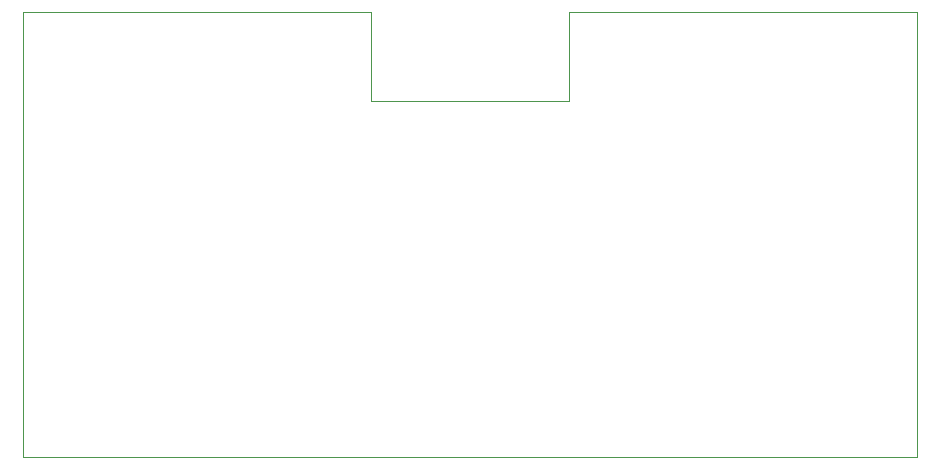
<source format=gbr>
%TF.GenerationSoftware,KiCad,Pcbnew,(6.0.0)*%
%TF.CreationDate,2022-04-27T16:55:33-04:00*%
%TF.ProjectId,ESP12SmallNightLight,45535031-3253-46d6-916c-6c4e69676874,rev?*%
%TF.SameCoordinates,Original*%
%TF.FileFunction,Profile,NP*%
%FSLAX46Y46*%
G04 Gerber Fmt 4.6, Leading zero omitted, Abs format (unit mm)*
G04 Created by KiCad (PCBNEW (6.0.0)) date 2022-04-27 16:55:33*
%MOMM*%
%LPD*%
G01*
G04 APERTURE LIST*
%TA.AperFunction,Profile*%
%ADD10C,0.100000*%
%TD*%
G04 APERTURE END LIST*
D10*
X95780000Y-52000000D02*
X95780000Y-44500000D01*
X66280000Y-44500000D02*
X95780000Y-44500000D01*
X95780000Y-52000000D02*
X112500000Y-52000000D01*
X66280000Y-82200000D02*
X66280000Y-44500000D01*
X112500000Y-52000000D02*
X112500000Y-44500000D01*
X142000000Y-44500000D02*
X142000000Y-82200000D01*
X142000000Y-82200000D02*
X66280000Y-82200000D01*
X112500000Y-44500000D02*
X142000000Y-44500000D01*
M02*

</source>
